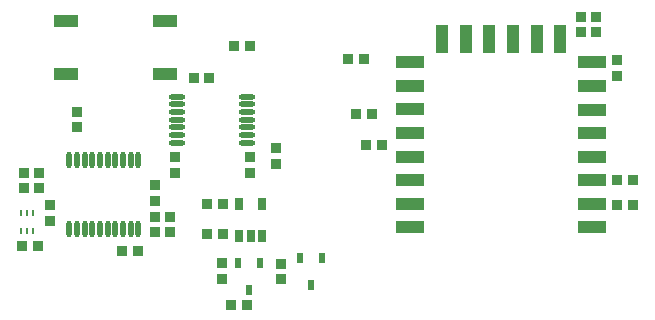
<source format=gbr>
%TF.GenerationSoftware,Altium Limited,Altium Designer,20.1.8 (145)*%
G04 Layer_Color=12040119*
%FSLAX45Y45*%
%MOMM*%
%TF.SameCoordinates,A8D28DC8-49F5-44E5-8DCE-E7A12525CE2F*%
%TF.FilePolarity,Positive*%
%TF.FileFunction,Paste,Top*%
%TF.Part,Single*%
G01*
G75*
%TA.AperFunction,ConnectorPad*%
G04:AMPARAMS|DCode=10|XSize=1.1mm|YSize=2.3mm|CornerRadius=0.0055mm|HoleSize=0mm|Usage=FLASHONLY|Rotation=270.000|XOffset=0mm|YOffset=0mm|HoleType=Round|Shape=RoundedRectangle|*
%AMROUNDEDRECTD10*
21,1,1.10000,2.28900,0,0,270.0*
21,1,1.08900,2.30000,0,0,270.0*
1,1,0.01100,-1.14450,-0.54450*
1,1,0.01100,-1.14450,0.54450*
1,1,0.01100,1.14450,0.54450*
1,1,0.01100,1.14450,-0.54450*
%
%ADD10ROUNDEDRECTD10*%
G04:AMPARAMS|DCode=11|XSize=1.1mm|YSize=2.3mm|CornerRadius=0.0055mm|HoleSize=0mm|Usage=FLASHONLY|Rotation=0.000|XOffset=0mm|YOffset=0mm|HoleType=Round|Shape=RoundedRectangle|*
%AMROUNDEDRECTD11*
21,1,1.10000,2.28900,0,0,0.0*
21,1,1.08900,2.30000,0,0,0.0*
1,1,0.01100,0.54450,-1.14450*
1,1,0.01100,-0.54450,-1.14450*
1,1,0.01100,-0.54450,1.14450*
1,1,0.01100,0.54450,1.14450*
%
%ADD11ROUNDEDRECTD11*%
%TA.AperFunction,SMDPad,CuDef*%
G04:AMPARAMS|DCode=12|XSize=0.85mm|YSize=0.85mm|CornerRadius=0.0425mm|HoleSize=0mm|Usage=FLASHONLY|Rotation=90.000|XOffset=0mm|YOffset=0mm|HoleType=Round|Shape=RoundedRectangle|*
%AMROUNDEDRECTD12*
21,1,0.85000,0.76500,0,0,90.0*
21,1,0.76500,0.85000,0,0,90.0*
1,1,0.08500,0.38250,0.38250*
1,1,0.08500,0.38250,-0.38250*
1,1,0.08500,-0.38250,-0.38250*
1,1,0.08500,-0.38250,0.38250*
%
%ADD12ROUNDEDRECTD12*%
%ADD13O,0.45000X1.40000*%
%ADD14O,1.40000X0.45000*%
G04:AMPARAMS|DCode=15|XSize=0.85mm|YSize=0.85mm|CornerRadius=0.0425mm|HoleSize=0mm|Usage=FLASHONLY|Rotation=0.000|XOffset=0mm|YOffset=0mm|HoleType=Round|Shape=RoundedRectangle|*
%AMROUNDEDRECTD15*
21,1,0.85000,0.76500,0,0,0.0*
21,1,0.76500,0.85000,0,0,0.0*
1,1,0.08500,0.38250,-0.38250*
1,1,0.08500,-0.38250,-0.38250*
1,1,0.08500,-0.38250,0.38250*
1,1,0.08500,0.38250,0.38250*
%
%ADD15ROUNDEDRECTD15*%
G04:AMPARAMS|DCode=18|XSize=0.55mm|YSize=0.9mm|CornerRadius=0.0275mm|HoleSize=0mm|Usage=FLASHONLY|Rotation=0.000|XOffset=0mm|YOffset=0mm|HoleType=Round|Shape=RoundedRectangle|*
%AMROUNDEDRECTD18*
21,1,0.55000,0.84500,0,0,0.0*
21,1,0.49500,0.90000,0,0,0.0*
1,1,0.05500,0.24750,-0.42250*
1,1,0.05500,-0.24750,-0.42250*
1,1,0.05500,-0.24750,0.42250*
1,1,0.05500,0.24750,0.42250*
%
%ADD18ROUNDEDRECTD18*%
G04:AMPARAMS|DCode=19|XSize=0.85mm|YSize=0.9mm|CornerRadius=0.0425mm|HoleSize=0mm|Usage=FLASHONLY|Rotation=90.000|XOffset=0mm|YOffset=0mm|HoleType=Round|Shape=RoundedRectangle|*
%AMROUNDEDRECTD19*
21,1,0.85000,0.81500,0,0,90.0*
21,1,0.76500,0.90000,0,0,90.0*
1,1,0.08500,0.40750,0.38250*
1,1,0.08500,0.40750,-0.38250*
1,1,0.08500,-0.40750,-0.38250*
1,1,0.08500,-0.40750,0.38250*
%
%ADD19ROUNDEDRECTD19*%
G04:AMPARAMS|DCode=20|XSize=0.85mm|YSize=0.9mm|CornerRadius=0.0425mm|HoleSize=0mm|Usage=FLASHONLY|Rotation=180.000|XOffset=0mm|YOffset=0mm|HoleType=Round|Shape=RoundedRectangle|*
%AMROUNDEDRECTD20*
21,1,0.85000,0.81500,0,0,180.0*
21,1,0.76500,0.90000,0,0,180.0*
1,1,0.08500,-0.38250,0.40750*
1,1,0.08500,0.38250,0.40750*
1,1,0.08500,0.38250,-0.40750*
1,1,0.08500,-0.38250,-0.40750*
%
%ADD20ROUNDEDRECTD20*%
G04:AMPARAMS|DCode=21|XSize=2.1mm|YSize=1mm|CornerRadius=0.05mm|HoleSize=0mm|Usage=FLASHONLY|Rotation=180.000|XOffset=0mm|YOffset=0mm|HoleType=Round|Shape=RoundedRectangle|*
%AMROUNDEDRECTD21*
21,1,2.10000,0.90000,0,0,180.0*
21,1,2.00000,1.00000,0,0,180.0*
1,1,0.10000,-1.00000,0.45000*
1,1,0.10000,1.00000,0.45000*
1,1,0.10000,1.00000,-0.45000*
1,1,0.10000,-1.00000,-0.45000*
%
%ADD21ROUNDEDRECTD21*%
G04:AMPARAMS|DCode=22|XSize=0.6mm|YSize=1.05mm|CornerRadius=0.03mm|HoleSize=0mm|Usage=FLASHONLY|Rotation=180.000|XOffset=0mm|YOffset=0mm|HoleType=Round|Shape=RoundedRectangle|*
%AMROUNDEDRECTD22*
21,1,0.60000,0.99000,0,0,180.0*
21,1,0.54000,1.05000,0,0,180.0*
1,1,0.06000,-0.27000,0.49500*
1,1,0.06000,0.27000,0.49500*
1,1,0.06000,0.27000,-0.49500*
1,1,0.06000,-0.27000,-0.49500*
%
%ADD22ROUNDEDRECTD22*%
G04:AMPARAMS|DCode=23|XSize=0.25mm|YSize=0.55mm|CornerRadius=0.0125mm|HoleSize=0mm|Usage=FLASHONLY|Rotation=0.000|XOffset=0mm|YOffset=0mm|HoleType=Round|Shape=RoundedRectangle|*
%AMROUNDEDRECTD23*
21,1,0.25000,0.52500,0,0,0.0*
21,1,0.22500,0.55000,0,0,0.0*
1,1,0.02500,0.11250,-0.26250*
1,1,0.02500,-0.11250,-0.26250*
1,1,0.02500,-0.11250,0.26250*
1,1,0.02500,0.11250,0.26250*
%
%ADD23ROUNDEDRECTD23*%
D10*
X3491456Y878629D02*
D03*
Y1076749D02*
D03*
Y1279949D02*
D03*
Y1478069D02*
D03*
Y1678729D02*
D03*
X3488916Y1879389D02*
D03*
Y2077509D02*
D03*
X5031016Y2275629D02*
D03*
Y1876849D02*
D03*
Y1678729D02*
D03*
Y1475529D02*
D03*
Y1277409D02*
D03*
Y1076749D02*
D03*
X3488916Y2278169D02*
D03*
X5031016Y2074969D02*
D03*
Y878629D02*
D03*
D11*
X3760856Y2473909D02*
D03*
X3964056D02*
D03*
X4162176D02*
D03*
X4365376D02*
D03*
X4563496D02*
D03*
X4761616D02*
D03*
D12*
X5066260Y2529840D02*
D03*
X4936260D02*
D03*
X5066260Y2661920D02*
D03*
X4936260D02*
D03*
X3120249Y1576572D02*
D03*
X3250249D02*
D03*
X354328Y1211072D02*
D03*
X224328D02*
D03*
X224327Y1340717D02*
D03*
X354327D02*
D03*
X339328Y723900D02*
D03*
X209328D02*
D03*
X1790178Y2146738D02*
D03*
X1660178D02*
D03*
X5376709Y1069270D02*
D03*
X5246709D02*
D03*
X5376709Y1277409D02*
D03*
X5246709D02*
D03*
X2133769Y2410478D02*
D03*
X2003769D02*
D03*
X3166659Y1835805D02*
D03*
X3036659D02*
D03*
D13*
X1191580Y1453300D02*
D03*
X1126580D02*
D03*
X1061580D02*
D03*
X996580D02*
D03*
X931580D02*
D03*
X866580D02*
D03*
X801580D02*
D03*
X736580D02*
D03*
X671580D02*
D03*
X606580D02*
D03*
X1191580Y868300D02*
D03*
X1126580D02*
D03*
X1061580D02*
D03*
X996580D02*
D03*
X931580D02*
D03*
X866580D02*
D03*
X801580D02*
D03*
X736580D02*
D03*
X671580D02*
D03*
X606580D02*
D03*
D14*
X1522800Y1985000D02*
D03*
Y1920000D02*
D03*
Y1855000D02*
D03*
Y1790000D02*
D03*
Y1725000D02*
D03*
Y1660000D02*
D03*
Y1595000D02*
D03*
X2112800Y1985000D02*
D03*
Y1920000D02*
D03*
Y1855000D02*
D03*
Y1790000D02*
D03*
Y1725000D02*
D03*
Y1660000D02*
D03*
Y1595000D02*
D03*
D15*
X1328760Y967500D02*
D03*
Y837500D02*
D03*
X2397761Y437860D02*
D03*
Y567860D02*
D03*
X1328760Y1236575D02*
D03*
Y1106575D02*
D03*
X671580Y1856872D02*
D03*
Y1726872D02*
D03*
X1460500Y967500D02*
D03*
Y837500D02*
D03*
X447040Y1064260D02*
D03*
Y934260D02*
D03*
X2357120Y1549400D02*
D03*
Y1419400D02*
D03*
D18*
X2651760Y388340D02*
D03*
X2556760Y618340D02*
D03*
X2746760D02*
D03*
X2127800Y350321D02*
D03*
X2032800Y580321D02*
D03*
X2222800D02*
D03*
D19*
X1189360Y677553D02*
D03*
X1054360D02*
D03*
X2107680Y218440D02*
D03*
X1972680D02*
D03*
X1906220Y819841D02*
D03*
X1771220D02*
D03*
X1906220Y1079840D02*
D03*
X1771220D02*
D03*
X3100260Y2303780D02*
D03*
X2965260D02*
D03*
D20*
X1898600Y580321D02*
D03*
Y445321D02*
D03*
X5246709Y2299264D02*
D03*
Y2164264D02*
D03*
X2134370Y1478280D02*
D03*
Y1343280D02*
D03*
X1502480Y1478280D02*
D03*
Y1343280D02*
D03*
D21*
X1420000Y2175000D02*
D03*
X580000D02*
D03*
X1420000Y2625000D02*
D03*
X580000D02*
D03*
D22*
X2047800Y809840D02*
D03*
X2142800D02*
D03*
X2237800D02*
D03*
Y1079840D02*
D03*
X2047800D02*
D03*
D23*
X298928Y997584D02*
D03*
X248928D02*
D03*
X198928D02*
D03*
Y852584D02*
D03*
X248928D02*
D03*
X298928D02*
D03*
%TF.MD5,f4b5d3011cae9d72abac1967cb5a79ab*%
M02*

</source>
